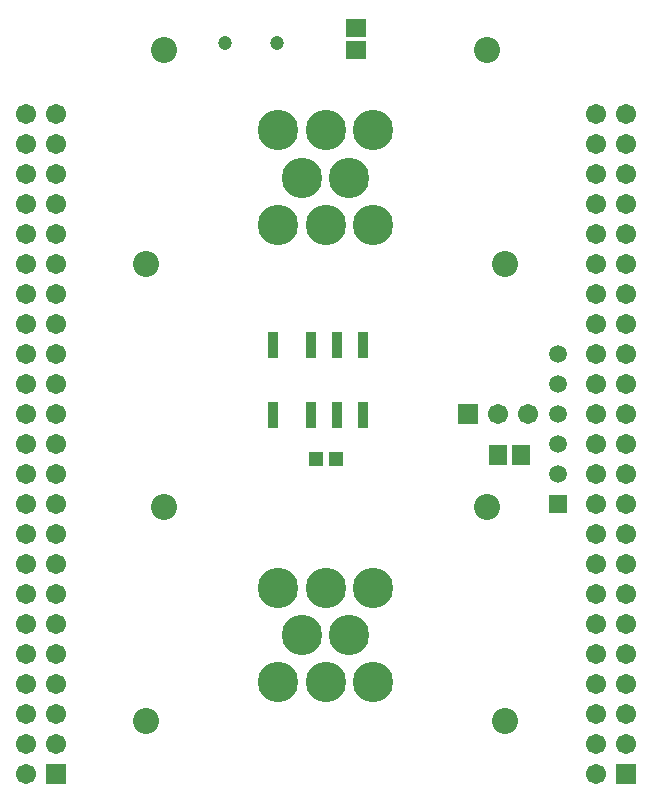
<source format=gts>
G75*
G70*
%OFA0B0*%
%FSLAX24Y24*%
%IPPOS*%
%LPD*%
%AMOC8*
5,1,8,0,0,1.08239X$1,22.5*
%
%ADD10R,0.0592X0.0671*%
%ADD11R,0.0671X0.0592*%
%ADD12R,0.0674X0.0674*%
%ADD13C,0.0674*%
%ADD14C,0.1346*%
%ADD15C,0.0867*%
%ADD16R,0.0474X0.0513*%
%ADD17R,0.0356X0.0867*%
%ADD18R,0.0595X0.0595*%
%ADD19C,0.0595*%
%ADD20C,0.0474*%
D10*
X018626Y029000D03*
X019374Y029000D03*
D11*
X013875Y042501D03*
X013875Y043249D03*
D12*
X017625Y030375D03*
X022875Y018375D03*
X003875Y018375D03*
D13*
X002875Y018375D03*
X002875Y019375D03*
X002875Y020375D03*
X002875Y021375D03*
X002875Y022375D03*
X002875Y023375D03*
X002875Y024375D03*
X002875Y025375D03*
X002875Y026375D03*
X002875Y027375D03*
X002875Y028375D03*
X002875Y029375D03*
X002875Y030375D03*
X002875Y031375D03*
X002875Y032375D03*
X002875Y033375D03*
X002875Y034375D03*
X002875Y035375D03*
X002875Y036375D03*
X002875Y037375D03*
X002875Y038375D03*
X002875Y039375D03*
X002875Y040375D03*
X003875Y040375D03*
X003875Y039375D03*
X003875Y038375D03*
X003875Y037375D03*
X003875Y036375D03*
X003875Y035375D03*
X003875Y034375D03*
X003875Y033375D03*
X003875Y032375D03*
X003875Y031375D03*
X003875Y030375D03*
X003875Y029375D03*
X003875Y028375D03*
X003875Y027375D03*
X003875Y026375D03*
X003875Y025375D03*
X003875Y024375D03*
X003875Y023375D03*
X003875Y022375D03*
X003875Y021375D03*
X003875Y020375D03*
X003875Y019375D03*
X018625Y030375D03*
X019625Y030375D03*
X021875Y030375D03*
X021875Y029375D03*
X021875Y028375D03*
X021875Y027375D03*
X021875Y026375D03*
X021875Y025375D03*
X021875Y024375D03*
X021875Y023375D03*
X021875Y022375D03*
X021875Y021375D03*
X021875Y020375D03*
X021875Y019375D03*
X021875Y018375D03*
X022875Y019375D03*
X022875Y020375D03*
X022875Y021375D03*
X022875Y022375D03*
X022875Y023375D03*
X022875Y024375D03*
X022875Y025375D03*
X022875Y026375D03*
X022875Y027375D03*
X022875Y028375D03*
X022875Y029375D03*
X022875Y030375D03*
X022875Y031375D03*
X022875Y032375D03*
X022875Y033375D03*
X022875Y034375D03*
X022875Y035375D03*
X022875Y036375D03*
X022875Y037375D03*
X022875Y038375D03*
X022875Y039375D03*
X022875Y040375D03*
X021875Y040375D03*
X021875Y039375D03*
X021875Y038375D03*
X021875Y037375D03*
X021875Y036375D03*
X021875Y035375D03*
X021875Y034375D03*
X021875Y033375D03*
X021875Y032375D03*
X021875Y031375D03*
D14*
X014450Y036675D03*
X013662Y038250D03*
X012875Y039825D03*
X012088Y038250D03*
X012875Y036675D03*
X011300Y036675D03*
X011300Y039825D03*
X014450Y039825D03*
X014450Y024575D03*
X013662Y023000D03*
X014450Y021425D03*
X012875Y021425D03*
X012088Y023000D03*
X011300Y021425D03*
X011300Y024575D03*
X012875Y024575D03*
D15*
X007481Y027252D03*
X006891Y020126D03*
X006891Y035376D03*
X007481Y042502D03*
X018269Y042502D03*
X018859Y035376D03*
X018269Y027252D03*
X018859Y020126D03*
D16*
X013210Y028875D03*
X012540Y028875D03*
D17*
X012375Y030319D03*
X013241Y030319D03*
X014107Y030319D03*
X014107Y032681D03*
X013241Y032681D03*
X012375Y032681D03*
X011115Y032681D03*
X011115Y030319D03*
D18*
X020625Y027375D03*
D19*
X020625Y028375D03*
X020625Y029375D03*
X020625Y030375D03*
X020625Y031375D03*
X020625Y032375D03*
D20*
X011241Y042731D03*
X009509Y042731D03*
M02*

</source>
